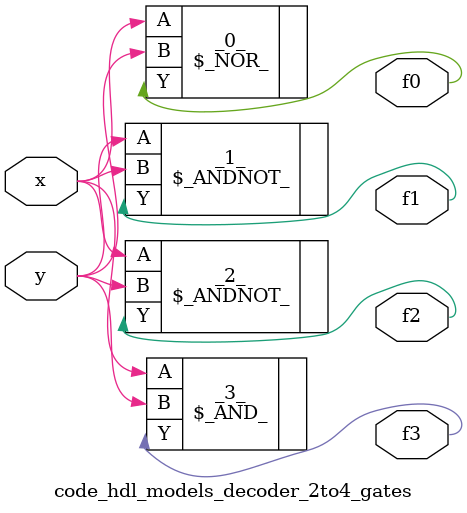
<source format=v>
/* Generated by Yosys 0.56+171 (git sha1 6fdcdd41d, g++ 11.4.0-1ubuntu1~22.04.2 -Og -fPIC) */

(* top =  1  *)
(* src = "dut.sv:1.1-14.10" *)
module code_hdl_models_decoder_2to4_gates(x, y, f0, f1, f2, f3);
  (* src = "dut.sv:1.44-1.45" *)
  input x;
  wire x;
  (* src = "dut.sv:1.46-1.47" *)
  input y;
  wire y;
  (* src = "dut.sv:1.48-1.50" *)
  output f0;
  wire f0;
  (* src = "dut.sv:1.51-1.53" *)
  output f1;
  wire f1;
  (* src = "dut.sv:1.54-1.56" *)
  output f2;
  wire f2;
  (* src = "dut.sv:1.57-1.59" *)
  output f3;
  wire f3;
  \$_NOR_  _0_ (
    .A(x),
    .B(y),
    .Y(f0)
  );
  \$_ANDNOT_  _1_ (
    .A(y),
    .B(x),
    .Y(f1)
  );
  \$_ANDNOT_  _2_ (
    .A(x),
    .B(y),
    .Y(f2)
  );
  \$_AND_  _3_ (
    .A(x),
    .B(y),
    .Y(f3)
  );
endmodule

</source>
